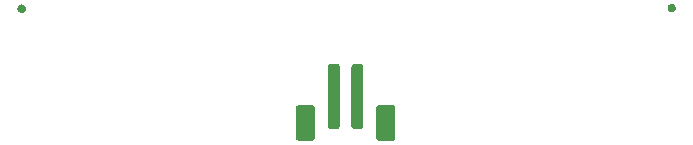
<source format=gbr>
G04 #@! TF.GenerationSoftware,KiCad,Pcbnew,(5.1.5)-3*
G04 #@! TF.CreationDate,2021-10-24T21:58:03+02:00*
G04 #@! TF.ProjectId,seg1,73656731-2e6b-4696-9361-645f70636258,1*
G04 #@! TF.SameCoordinates,Original*
G04 #@! TF.FileFunction,Soldermask,Bot*
G04 #@! TF.FilePolarity,Negative*
%FSLAX46Y46*%
G04 Gerber Fmt 4.6, Leading zero omitted, Abs format (unit mm)*
G04 Created by KiCad (PCBNEW (5.1.5)-3) date 2021-10-24 21:58:03*
%MOMM*%
%LPD*%
G04 APERTURE LIST*
%ADD10C,0.152400*%
G04 APERTURE END LIST*
D10*
G36*
X144526834Y-88154374D02*
G01*
X144567139Y-88166599D01*
X144604275Y-88186449D01*
X144636832Y-88213168D01*
X144663551Y-88245725D01*
X144683401Y-88282861D01*
X144695626Y-88323166D01*
X144700000Y-88367568D01*
X144700000Y-90932432D01*
X144695626Y-90976834D01*
X144683401Y-91017139D01*
X144663551Y-91054275D01*
X144636832Y-91086832D01*
X144604275Y-91113551D01*
X144567139Y-91133401D01*
X144526834Y-91145626D01*
X144482432Y-91150000D01*
X143317568Y-91150000D01*
X143273166Y-91145626D01*
X143232861Y-91133401D01*
X143195725Y-91113551D01*
X143163168Y-91086832D01*
X143136449Y-91054275D01*
X143116599Y-91017139D01*
X143104374Y-90976834D01*
X143100000Y-90932432D01*
X143100000Y-88367568D01*
X143104374Y-88323166D01*
X143116599Y-88282861D01*
X143136449Y-88245725D01*
X143163168Y-88213168D01*
X143195725Y-88186449D01*
X143232861Y-88166599D01*
X143273166Y-88154374D01*
X143317568Y-88150000D01*
X144482432Y-88150000D01*
X144526834Y-88154374D01*
G37*
G36*
X137726834Y-88154374D02*
G01*
X137767139Y-88166599D01*
X137804275Y-88186449D01*
X137836832Y-88213168D01*
X137863551Y-88245725D01*
X137883401Y-88282861D01*
X137895626Y-88323166D01*
X137900000Y-88367568D01*
X137900000Y-90932432D01*
X137895626Y-90976834D01*
X137883401Y-91017139D01*
X137863551Y-91054275D01*
X137836832Y-91086832D01*
X137804275Y-91113551D01*
X137767139Y-91133401D01*
X137726834Y-91145626D01*
X137682432Y-91150000D01*
X136517568Y-91150000D01*
X136473166Y-91145626D01*
X136432861Y-91133401D01*
X136395725Y-91113551D01*
X136363168Y-91086832D01*
X136336449Y-91054275D01*
X136316599Y-91017139D01*
X136304374Y-90976834D01*
X136300000Y-90932432D01*
X136300000Y-88367568D01*
X136304374Y-88323166D01*
X136316599Y-88282861D01*
X136336449Y-88245725D01*
X136363168Y-88213168D01*
X136395725Y-88186449D01*
X136432861Y-88166599D01*
X136473166Y-88154374D01*
X136517568Y-88150000D01*
X137682432Y-88150000D01*
X137726834Y-88154374D01*
G37*
G36*
X141819166Y-84654556D02*
G01*
X141861258Y-84667325D01*
X141900043Y-84688056D01*
X141934043Y-84715957D01*
X141961944Y-84749957D01*
X141982675Y-84788742D01*
X141995444Y-84830834D01*
X142000000Y-84877092D01*
X142000000Y-89922908D01*
X141995444Y-89969166D01*
X141982675Y-90011258D01*
X141961944Y-90050043D01*
X141934043Y-90084043D01*
X141900043Y-90111944D01*
X141861258Y-90132675D01*
X141819166Y-90145444D01*
X141772908Y-90150000D01*
X141227092Y-90150000D01*
X141180834Y-90145444D01*
X141138742Y-90132675D01*
X141099957Y-90111944D01*
X141065957Y-90084043D01*
X141038056Y-90050043D01*
X141017325Y-90011258D01*
X141004556Y-89969166D01*
X141000000Y-89922908D01*
X141000000Y-84877092D01*
X141004556Y-84830834D01*
X141017325Y-84788742D01*
X141038056Y-84749957D01*
X141065957Y-84715957D01*
X141099957Y-84688056D01*
X141138742Y-84667325D01*
X141180834Y-84654556D01*
X141227092Y-84650000D01*
X141772908Y-84650000D01*
X141819166Y-84654556D01*
G37*
G36*
X139819166Y-84654556D02*
G01*
X139861258Y-84667325D01*
X139900043Y-84688056D01*
X139934043Y-84715957D01*
X139961944Y-84749957D01*
X139982675Y-84788742D01*
X139995444Y-84830834D01*
X140000000Y-84877092D01*
X140000000Y-89922908D01*
X139995444Y-89969166D01*
X139982675Y-90011258D01*
X139961944Y-90050043D01*
X139934043Y-90084043D01*
X139900043Y-90111944D01*
X139861258Y-90132675D01*
X139819166Y-90145444D01*
X139772908Y-90150000D01*
X139227092Y-90150000D01*
X139180834Y-90145444D01*
X139138742Y-90132675D01*
X139099957Y-90111944D01*
X139065957Y-90084043D01*
X139038056Y-90050043D01*
X139017325Y-90011258D01*
X139004556Y-89969166D01*
X139000000Y-89922908D01*
X139000000Y-84877092D01*
X139004556Y-84830834D01*
X139017325Y-84788742D01*
X139038056Y-84749957D01*
X139065957Y-84715957D01*
X139099957Y-84688056D01*
X139138742Y-84667325D01*
X139180834Y-84654556D01*
X139227092Y-84650000D01*
X139772908Y-84650000D01*
X139819166Y-84654556D01*
G37*
G36*
X113165957Y-79637165D02*
G01*
X113229653Y-79663549D01*
X113286978Y-79701852D01*
X113335729Y-79750603D01*
X113374032Y-79807928D01*
X113400416Y-79871624D01*
X113413866Y-79939243D01*
X113413866Y-80008187D01*
X113400416Y-80075806D01*
X113374032Y-80139502D01*
X113335729Y-80196827D01*
X113286978Y-80245578D01*
X113229653Y-80283881D01*
X113165957Y-80310265D01*
X113098338Y-80323715D01*
X113029394Y-80323715D01*
X112961775Y-80310265D01*
X112898079Y-80283881D01*
X112840754Y-80245578D01*
X112792003Y-80196827D01*
X112753700Y-80139502D01*
X112727316Y-80075806D01*
X112713866Y-80008187D01*
X112713866Y-79939243D01*
X112727316Y-79871624D01*
X112753700Y-79807928D01*
X112792003Y-79750603D01*
X112840754Y-79701852D01*
X112898079Y-79663549D01*
X112961775Y-79637165D01*
X113029394Y-79623715D01*
X113098338Y-79623715D01*
X113165957Y-79637165D01*
G37*
G36*
X168207193Y-79589887D02*
G01*
X168270889Y-79616271D01*
X168328214Y-79654574D01*
X168376965Y-79703325D01*
X168415268Y-79760650D01*
X168441652Y-79824346D01*
X168455102Y-79891965D01*
X168455102Y-79960909D01*
X168441652Y-80028528D01*
X168415268Y-80092224D01*
X168376965Y-80149549D01*
X168328214Y-80198300D01*
X168270889Y-80236603D01*
X168207193Y-80262987D01*
X168139574Y-80276437D01*
X168070630Y-80276437D01*
X168003011Y-80262987D01*
X167939315Y-80236603D01*
X167881990Y-80198300D01*
X167833239Y-80149549D01*
X167794936Y-80092224D01*
X167768552Y-80028528D01*
X167755102Y-79960909D01*
X167755102Y-79891965D01*
X167768552Y-79824346D01*
X167794936Y-79760650D01*
X167833239Y-79703325D01*
X167881990Y-79654574D01*
X167939315Y-79616271D01*
X168003011Y-79589887D01*
X168070630Y-79576437D01*
X168139574Y-79576437D01*
X168207193Y-79589887D01*
G37*
M02*

</source>
